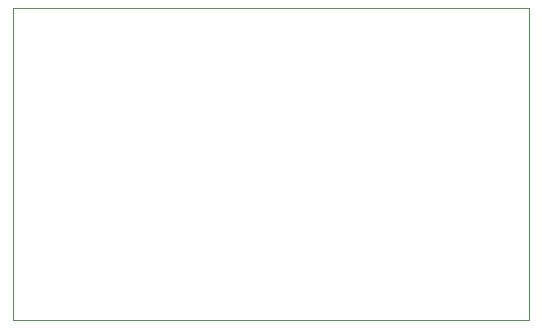
<source format=gbr>
%TF.GenerationSoftware,KiCad,Pcbnew,(5.1.7)-1*%
%TF.CreationDate,2021-02-02T18:20:17+09:00*%
%TF.ProjectId,canboard,63616e62-6f61-4726-942e-6b696361645f,rev?*%
%TF.SameCoordinates,Original*%
%TF.FileFunction,Profile,NP*%
%FSLAX46Y46*%
G04 Gerber Fmt 4.6, Leading zero omitted, Abs format (unit mm)*
G04 Created by KiCad (PCBNEW (5.1.7)-1) date 2021-02-02 18:20:17*
%MOMM*%
%LPD*%
G01*
G04 APERTURE LIST*
%TA.AperFunction,Profile*%
%ADD10C,0.050000*%
%TD*%
G04 APERTURE END LIST*
D10*
X204170000Y-28702000D02*
X247858000Y-28702000D01*
X247858000Y-33782000D02*
X247858000Y-28702000D01*
X247858000Y-28702000D02*
X247858000Y-55118000D01*
X204170000Y-28702000D02*
X204170000Y-55118000D01*
X247858000Y-55118000D02*
X211282000Y-55118000D01*
X204170000Y-55118000D02*
X204470000Y-55118000D01*
X204170000Y-49784000D02*
X204170000Y-55118000D01*
X211282000Y-55118000D02*
X204470000Y-55118000D01*
M02*

</source>
